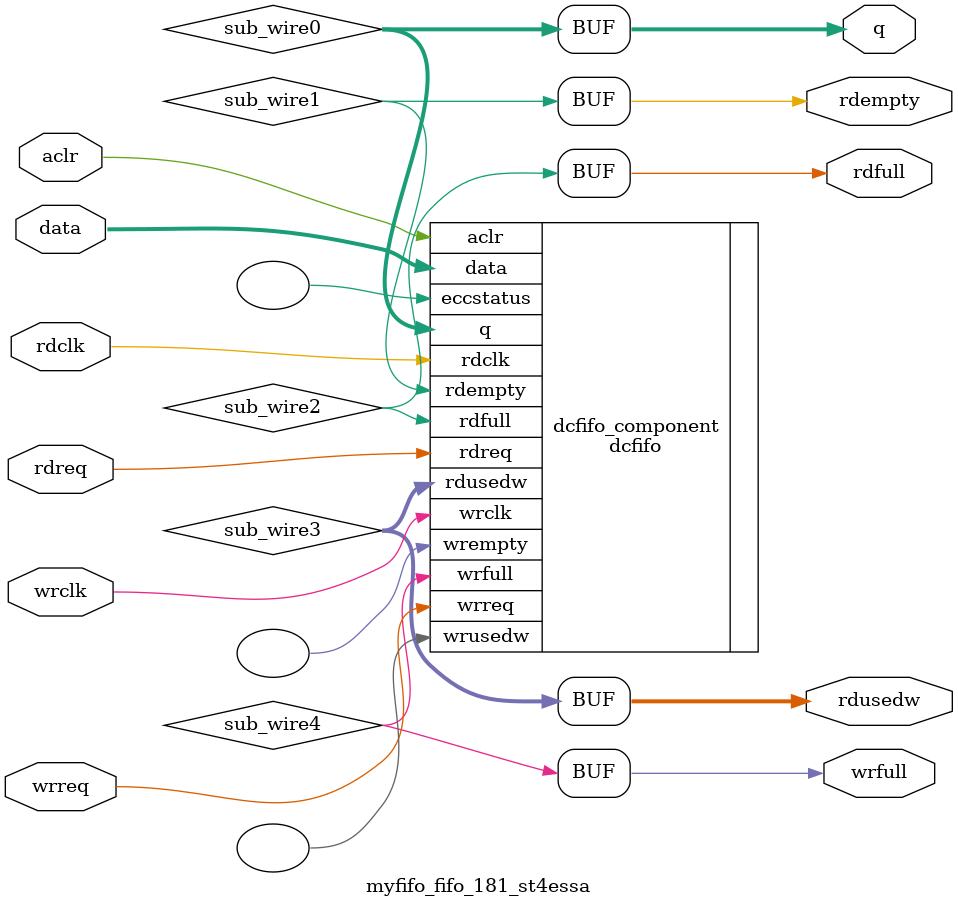
<source format=v>



`timescale 1 ps / 1 ps
// synopsys translate_on
module  myfifo_fifo_181_st4essa  (
    aclr,
    data,
    rdclk,
    rdreq,
    wrclk,
    wrreq,
    q,
    rdempty,
    rdfull,
    rdusedw,
    wrfull);

    input    aclr;
    input  [63:0]  data;
    input    rdclk;
    input    rdreq;
    input    wrclk;
    input    wrreq;
    output [63:0]  q;
    output   rdempty;
    output   rdfull;
    output [7:0]  rdusedw;
    output   wrfull;
`ifndef ALTERA_RESERVED_QIS
// synopsys translate_off
`endif
    tri0     aclr;
`ifndef ALTERA_RESERVED_QIS
// synopsys translate_on
`endif

    wire [63:0] sub_wire0;
    wire  sub_wire1;
    wire  sub_wire2;
    wire [7:0] sub_wire3;
    wire  sub_wire4;
    wire [63:0] q = sub_wire0[63:0];
    wire  rdempty = sub_wire1;
    wire  rdfull = sub_wire2;
    wire [7:0] rdusedw = sub_wire3[7:0];
    wire  wrfull = sub_wire4;

    dcfifo  dcfifo_component (
                .aclr (aclr),
                .data (data),
                .rdclk (rdclk),
                .rdreq (rdreq),
                .wrclk (wrclk),
                .wrreq (wrreq),
                .q (sub_wire0),
                .rdempty (sub_wire1),
                .rdfull (sub_wire2),
                .rdusedw (sub_wire3),
                .wrfull (sub_wire4),
                .eccstatus (),
                .wrempty (),
                .wrusedw ());
    defparam
        dcfifo_component.enable_ecc  = "FALSE",
        dcfifo_component.intended_device_family  = "Cyclone 10 GX",
        dcfifo_component.lpm_hint  = "DISABLE_DCFIFO_EMBEDDED_TIMING_CONSTRAINT=TRUE",
        dcfifo_component.lpm_numwords  = 256,
        dcfifo_component.lpm_showahead  = "OFF",
        dcfifo_component.lpm_type  = "dcfifo",
        dcfifo_component.lpm_width  = 64,
        dcfifo_component.lpm_widthu  = 8,
        dcfifo_component.overflow_checking  = "ON",
        dcfifo_component.rdsync_delaypipe  = 4,
        dcfifo_component.read_aclr_synch  = "ON",
        dcfifo_component.underflow_checking  = "ON",
        dcfifo_component.use_eab  = "ON",
        dcfifo_component.write_aclr_synch  = "ON",
        dcfifo_component.wrsync_delaypipe  = 4;


endmodule



</source>
